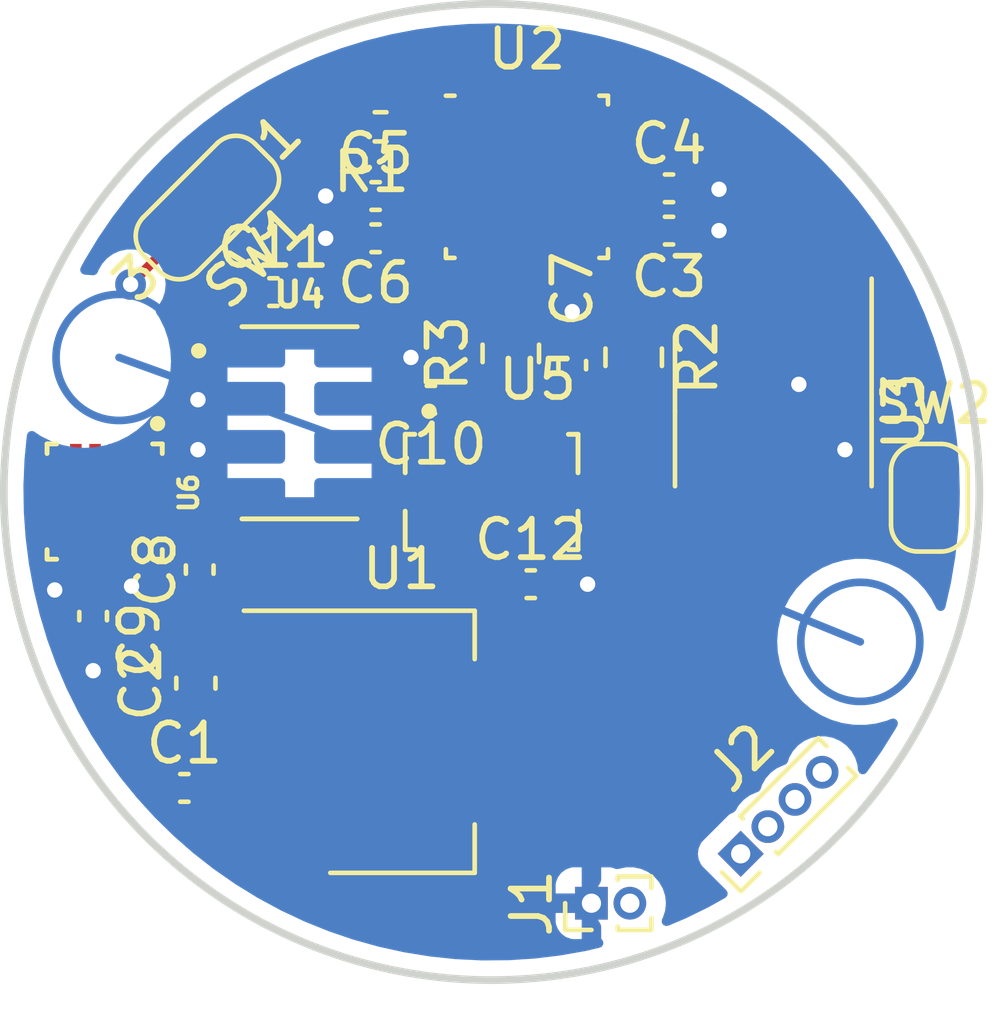
<source format=kicad_pcb>
(kicad_pcb (version 20211014) (generator pcbnew)
  (layers (0 "F.Cu" signal) (31 "B.Cu" signal) (34 "B.Paste" user) (35 "F.Paste" user) (36 "B.SilkS" user "B.Silkscreen") (37 "F.SilkS" user "F.Silkscreen") (38 "B.Mask" user) (39 "F.Mask" user) (44 "Edge.Cuts" user))
  (net 0 "")
  (net 1 "+3.3V")
  (net 2 "GND")
  (net 3 "3.3V")
  (net 4 "Net-(C7-Pad1)")
  (net 5 "BOOT0")
  (net 6 "Net-(R1-Pad2)")
  (net 7 "Net-(R2-Pad1)")
  (net 8 "CAN_H")
  (net 9 "CAN_TX")
  (net 10 "CAN_RX")
  (net 11 "CAN_L")
  (net 12 "RCC_OSC_IN")
  (net 13 "RCC_OSC_OUT")
  (net 14 "SPI1_SCK")
  (net 15 "SPI1_MISO")
  (net 16 "SPI1_MOSI")
  (net 17 "SYS_SWDIO")
  (net 18 "SYS_SWCLK")
  (net 19 "USART1_TX")
  (net 20 "USART1_RX")
  (net 21 "SCLK")
  (net 22 "CS_Alt")
  (net 23 "MISO")
  (net 24 "MOSI")
  (net 25 "CS_Gyro")
  (net 26 "IMU_INT2")
  (net 27 "IMU_INT1")
  (net 28 "CS_Accel")
  (net 29 "IMU_INT4")
  (net 30 "IMU_INT3")
  (net 31 "/12V+")
  (net 32 "Net-(C9-Pad1)")
  (net 37 "MAG_INT1")
  (footprint "MS5607:SON125P300X500X100-8N" (layer "F.Cu") (at 148.8 110.3)
    (fp_text reference "U4" (at -0.000003 -3.330886) (layer "F.SilkS") (effects (font (size 0.64067 0.64067))))
    (fp_text value "MS560702BA03-50" hide)
    (fp_line (start -1.5 -2.5) (end 1.5 -2.5) (layer "F.SilkS") (width 0.127))
    (fp_line (start -1.5 2.5) (end 1.5 2.5) (layer "F.SilkS") (width 0.127))
    (fp_circle (center -2.627 -1.873) (end -2.527 -1.873) (layer "F.SilkS") (width 0.2) (fill none))
    (pad "1" smd roundrect locked (at -1.2 -1.875) (size 1.31 0.53) (layers "F.Cu" "F.Paste" "F.Mask") (roundrect_rratio 0.04) (net 3 "3.3V"))
    (pad "2" smd roundrect locked (at -1.2 -0.625) (size 1.31 0.53) (layers "F.Cu" "F.Paste" "F.Mask") (roundrect_rratio 0.04) (net 2 "GND"))
    (pad "3" smd roundrect locked (at -1.2 0.625) (size 1.31 0.53) (layers "F.Cu" "F.Paste" "F.Mask") (roundrect_rratio 0.04) (net 2 "GND"))
    (pad "4" smd roundrect locked (at -1.2 1.875) (size 1.31 0.53) (layers "F.Cu" "F.Paste" "F.Mask") (roundrect_rratio 0.04) (net 22 "CS_Alt"))
    (pad "5" smd roundrect locked (at 1.2 1.875) (size 1.31 0.53) (layers "F.Cu" "F.Paste" "F.Mask") (roundrect_rratio 0.04) (net 22 "CS_Alt"))
    (pad "6" smd roundrect locked (at 1.2 0.625) (size 1.31 0.53) (layers "F.Cu" "F.Paste" "F.Mask") (roundrect_rratio 0.04) (net 23 "MISO"))
    (pad "7" smd roundrect locked (at 1.2 -0.625) (size 1.31 0.53) (layers "F.Cu" "F.Paste" "F.Mask") (roundrect_rratio 0.04) (net 24 "MOSI"))
    (pad "8" smd roundrect locked (at 1.2 -1.875) (size 1.31 0.53) (layers "F.Cu" "F.Paste" "F.Mask") (roundrect_rratio 0.04) (net 21 "SCLK"))
    (zone (net 0) (net_name "") (layer "B.Cu") (connect_pads (clearance 0)) (min_thickness 0.01)
      (keepout (tracks not_allowed) (vias not_allowed) (pads not_allowed) (copperpour not_allowed) (footprints allowed))
      (fill (thermal_gap 0.508) (thermal_bridge_width 0.508))
      (polygon (pts (xy 148.424375 108.395001) (xy 149.181 108.395) (xy 149.181 112.23672) (xy 148.424375 112.23672)))
    )
    (zone (net 0) (net_name "") (layer "B.Cu") (connect_pads (clearance 0)) (min_thickness 0.01)
      (keepout (tracks not_allowed) (vias not_allowed) (pads not_allowed) (copperpour not_allowed) (footprints allowed))
      (fill (thermal_gap 0.508) (thermal_bridge_width 0.508))
      (polygon (pts (xy 146.92322 111.3625) (xy 150.675 111.3625) (xy 150.675 111.73887) (xy 146.92322 111.73887)))
    )
    (zone (net 0) (net_name "") (layer "B.Cu") (connect_pads (clearance 0)) (min_thickness 0.01)
      (keepout (tracks not_allowed) (vias not_allowed) (pads not_allowed) (copperpour not_allowed) (footprints allowed))
      (fill (thermal_gap 0.508) (thermal_bridge_width 0.508))
      (polygon (pts (xy 146.92301 110.1125) (xy 150.675 110.1125) (xy 150.675 110.487699) (xy 146.92301 110.487699)))
    )
    (zone (net 0) (net_name "") (layer "B.Cu") (connect_pads (clearance 0)) (min_thickness 0.01)
      (keepout (tracks not_allowed) (vias not_allowed) (pads not_allowed) (copperpour not_allowed) (footprints allowed))
      (fill (thermal_gap 0.508) (thermal_bridge_width 0.508))
      (polygon (pts (xy 146.922839 108.8625) (xy 150.675 108.8625) (xy 150.675 109.23628) (xy 146.92284 109.23628)))
    )
  )
  (footprint "Package_TO_SOT_SMD:SOT-223-3_TabPin2" (layer "F.Cu") (at 151.45 118.6)
    (fp_text reference "U1" (at 0 -4.5) (layer "F.SilkS"))
    (fp_text value "LD1117S33TR_SOT223" hide)
    (fp_line (start 1.91 -3.41) (end 1.91 -2.15) (layer "F.SilkS") (width 0.12))
    (fp_line (start 1.91 3.41) (end 1.91 2.15) (layer "F.SilkS") (width 0.12))
    (fp_line (start -1.85 3.41) (end 1.91 3.41) (layer "F.SilkS") (width 0.12))
    (fp_line (start -4.1 -3.41) (end 1.91 -3.41) (layer "F.SilkS") (width 0.12))
    (pad "1" smd rect (at -3.15 -2.3) (size 2 1.5) (layers "F.Cu" "F.Paste" "F.Mask") (net 2 "GND"))
    (pad "2" smd rect (at -3.15 0) (size 2 1.5) (layers "F.Cu" "F.Paste" "F.Mask") (net 1 "+3.3V"))
    (pad "2" smd rect (at 3.15 0) (size 2 3.8) (layers "F.Cu" "F.Paste" "F.Mask") (net 1 "+3.3V"))
    (pad "3" smd rect (at -3.15 2.3) (size 2 1.5) (layers "F.Cu" "F.Paste" "F.Mask") (net 31 "/12V+"))
  )
  (footprint "Jumper:SolderJumper-3_P1.3mm_Open_RoundedPad1.0x1.5mm_NumberLabels" (layer "F.Cu") (at 146.4 104.7 -135)
    (fp_text reference "SW1" (at 0 -1.8 45) (layer "F.SilkS"))
    (fp_text value "SW_SPDT" hide)
    (fp_text user "3" (at 2.6 0 45) (layer "F.SilkS"))
    (fp_text user "1" (at -2.6 0 45) (layer "F.SilkS"))
    (fp_line (start -2.05 0.3) (end -2.05 -0.3) (layer "F.SilkS") (width 0.12))
    (fp_line (start -1.4 -1) (end 1.4 -1) (layer "F.SilkS") (width 0.12))
    (fp_line (start 1.4 1) (end -1.4 1) (layer "F.SilkS") (width 0.12))
    (fp_line (start 2.05 -0.3) (end 2.05 0.3) (layer "F.SilkS") (width 0.12))
    (fp_arc (start 2.05 0.3) (mid 1.844975 0.794975) (end 1.35 1) (layer "F.SilkS") (width 0.12))
    (fp_arc (start 1.35 -1) (mid 1.844975 -0.794975) (end 2.05 -0.3) (layer "F.SilkS") (width 0.12))
    (fp_arc (start -1.35 1) (mid -1.844975 0.794975) (end -2.05 0.3) (layer "F.SilkS") (width 0.12))
    (fp_arc (start -2.05 -0.3) (mid -1.844975 -0.794975) (end -1.35 -1) (layer "F.SilkS") (width 0.12))
    (pad "1" smd custom (at -1.3 0 225) (size 1 0.5) (layers "F.Cu" "F.Mask") (net 2 "GND") (options (clearance outline) (anchor rect)) (primitives (gr_circle (center 0 0.25) (end 0.5 0.25) (width 0) (fill yes)) (gr_circle (center 0 -0.25) (end 0.5 -0.25) (width 0) (fill yes)) (gr_poly (pts (xy 0.55 0.75) (xy 0 0.75) (xy 0 -0.75) (xy 0.55 -0.75)) (width 0) (fill yes))))
    (pad "2" smd rect (at 0 0 225) (size 1 1.5) (layers "F.Cu" "F.Mask") (net 6 "Net-(R1-Pad2)"))
    (pad "3" smd custom (at 1.3 0 225) (size 1 0.5) (layers "F.Cu" "F.Mask") (net 1 "+3.3V") (options (clearance outline) (anchor rect)) (primitives (gr_circle (center 0 0.25) (end 0.5 0.25) (width 0) (fill yes)) (gr_circle (center 0 -0.25) (end 0.5 -0.25) (width 0) (fill yes)) (gr_poly (pts (xy 0 0.75) (xy -0.55 0.75) (xy -0.55 -0.75) (xy 0 -0.75)) (width 0) (fill yes))))
  )
  (footprint "Capacitor_SMD:C_0402_1005Metric" (layer "F.Cu") (at 158.42 104.2)
    (fp_text reference "C4" (at 0 -1.16) (layer "F.SilkS"))
    (fp_text value "1uF" hide)
    (fp_line (start -0.107836 0.36) (end 0.107836 0.36) (layer "F.SilkS") (width 0.12))
    (fp_line (start -0.107836 -0.36) (end 0.107836 -0.36) (layer "F.SilkS") (width 0.12))
    (pad "1" smd roundrect (at -0.48 0) (size 0.56 0.62) (layers "F.Cu" "F.Paste" "F.Mask") (net 1 "+3.3V"))
    (pad "2" smd roundrect (at 0.48 0) (size 0.56 0.62) (layers "F.Cu" "F.Paste" "F.Mask") (net 2 "GND"))
  )
  (footprint "Capacitor_SMD:C_0402_1005Metric" (layer "F.Cu") (at 145.8 119.8)
    (fp_text reference "C1" (at 0 -1.16) (layer "F.SilkS"))
    (fp_text value ".1uF" hide)
    (fp_line (start -0.107836 -0.36) (end 0.107836 -0.36) (layer "F.SilkS") (width 0.12))
    (fp_line (start -0.107836 0.36) (end 0.107836 0.36) (layer "F.SilkS") (width 0.12))
    (pad "1" smd roundrect (at -0.48 0) (size 0.56 0.62) (layers "F.Cu" "F.Paste" "F.Mask") (net 31 "/12V+"))
    (pad "2" smd roundrect (at 0.48 0) (size 0.56 0.62) (layers "F.Cu" "F.Paste" "F.Mask") (net 2 "GND"))
  )
  (footprint "Capacitor_SMD:C_0402_1005Metric" (layer "F.Cu") (at 152.22 109.7 180)
    (fp_text reference "C10" (at 0 -1.16) (layer "F.SilkS"))
    (fp_text value "100nF" hide)
    (fp_line (start -0.107836 0.36) (end 0.107836 0.36) (layer "F.SilkS") (width 0.12))
    (fp_line (start -0.107836 -0.36) (end 0.107836 -0.36) (layer "F.SilkS") (width 0.12))
    (pad "1" smd roundrect (at -0.48 0 180) (size 0.56 0.62) (layers "F.Cu" "F.Paste" "F.Mask") (net 3 "3.3V"))
    (pad "2" smd roundrect (at 0.48 0 180) (size 0.56 0.62) (layers "F.Cu" "F.Paste" "F.Mask") (net 2 "GND"))
  )
  (footprint "Capacitor_SMD:C_0603_1608Metric" (layer "F.Cu") (at 146.1 117.075 90)
    (fp_text reference "C2" (at 0 -1.43 90) (layer "F.SilkS"))
    (fp_text value "10uF" hide)
    (fp_line (start -0.14058 -0.51) (end 0.14058 -0.51) (layer "F.SilkS") (width 0.12))
    (fp_line (start -0.14058 0.51) (end 0.14058 0.51) (layer "F.SilkS") (width 0.12))
    (pad "1" smd roundrect (at -0.775 0 90) (size 0.9 0.95) (layers "F.Cu" "F.Paste" "F.Mask") (net 1 "+3.3V"))
    (pad "2" smd roundrect (at 0.775 0 90) (size 0.9 0.95) (layers "F.Cu" "F.Paste" "F.Mask") (net 2 "GND"))
  )
  (footprint "Resistor_SMD:R_0805_2012Metric" (layer "F.Cu") (at 154.3 108.495 90)
    (fp_text reference "R3" (at 0 -1.65 90) (layer "F.SilkS"))
    (fp_text value "60 ohm" hide)
    (fp_line (start -0.227064 -0.735) (end 0.227064 -0.735) (layer "F.SilkS") (width 0.12))
    (fp_line (start -0.227064 0.735) (end 0.227064 0.735) (layer "F.SilkS") (width 0.12))
    (pad "1" smd roundrect (at -0.9125 0 90) (size 1.025 1.4) (layers "F.Cu" "F.Paste" "F.Mask") (roundrect_rratio 0.243902) (net 4 "Net-(C7-Pad1)"))
    (pad "2" smd roundrect (at 0.9125 0 90) (size 1.025 1.4) (layers "F.Cu" "F.Paste" "F.Mask") (roundrect_rratio 0.243902) (net 11 "CAN_L"))
  )
  (footprint "Resistor_SMD:R_0805_2012Metric" (layer "F.Cu") (at 157.5 108.595 -90)
    (fp_text reference "R2" (at 0 -1.65 90) (layer "F.SilkS"))
    (fp_text value "60 ohm" hide)
    (fp_line (start -0.227064 -0.735) (end 0.227064 -0.735) (layer "F.SilkS") (width 0.12))
    (fp_line (start -0.227064 0.735) (end 0.227064 0.735) (layer "F.SilkS") (width 0.12))
    (pad "1" smd roundrect (at -0.9125 0 270) (size 1.025 1.4) (layers "F.Cu" "F.Paste" "F.Mask") (roundrect_rratio 0.243902) (net 7 "Net-(R2-Pad1)"))
    (pad "2" smd roundrect (at 0.9125 0 270) (size 1.025 1.4) (layers "F.Cu" "F.Paste" "F.Mask") (roundrect_rratio 0.243902) (net 4 "Net-(C7-Pad1)"))
  )
  (footprint "Capacitor_SMD:C_0402_1005Metric" (layer "F.Cu") (at 158.42 105.3)
    (fp_text reference "C3" (at 0 1.2) (layer "F.SilkS"))
    (fp_text value "4u7" hide)
    (fp_line (start -0.107836 -0.36) (end 0.107836 -0.36) (layer "F.SilkS") (width 0.12))
    (fp_line (start -0.107836 0.36) (end 0.107836 0.36) (layer "F.SilkS") (width 0.12))
    (pad "1" smd roundrect (at -0.48 0) (size 0.56 0.62) (layers "F.Cu" "F.Paste" "F.Mask") (net 1 "+3.3V"))
    (pad "2" smd roundrect (at 0.48 0) (size 0.56 0.62) (layers "F.Cu" "F.Paste" "F.Mask") (net 2 "GND"))
  )
  (footprint "Connector_PinHeader_1.00mm:PinHeader_1x04_P1.00mm_Vertical" (layer "F.Cu") (at 160.285786 121.514214 135)
    (fp_text reference "J2" (at 1.767767 1.777818 225) (layer "F.SilkS"))
    (fp_text value "CAN Header" hide)
    (fp_line (start -0.695 0.685) (end -0.695 3.56) (layer "F.SilkS") (width 0.12))
    (fp_line (start -0.695 0.685) (end -0.608276 0.685) (layer "F.SilkS") (width 0.12))
    (fp_line (start -0.695 0) (end -0.695 -0.685) (layer "F.SilkS") (width 0.12))
    (fp_line (start 0.608276 0.685) (end 0.695 0.685) (layer "F.SilkS") (width 0.12))
    (fp_line (start -0.695 3.56) (end -0.394493 3.56) (layer "F.SilkS") (width 0.12))
    (fp_line (start 0.394493 3.56) (end 0.695 3.56) (layer "F.SilkS") (width 0.12))
    (fp_line (start 0.695 0.685) (end 0.695 3.56) (layer "F.SilkS") (width 0.12))
    (fp_line (start -0.695 -0.685) (end 0 -0.685) (layer "F.SilkS") (width 0.12))
    (pad "1" thru_hole rect (at 0 0 135) (size 0.85 0.85) (drill 0.5) (layers *.Cu *.Mask) (net 11 "CAN_L"))
    (pad "2" thru_hole oval (at 0 1 135) (size 0.85 0.85) (drill 0.5) (layers *.Cu *.Mask) (net 11 "CAN_L"))
    (pad "3" thru_hole oval (at 0 2 135) (size 0.85 0.85) (drill 0.5) (layers *.Cu *.Mask) (net 8 "CAN_H"))
    (pad "4" thru_hole oval (at 0 3 135) (size 0.85 0.85) (drill 0.5) (layers *.Cu *.Mask) (net 8 "CAN_H"))
  )
  (footprint "MMC5983MA:PQFN50P300X300X100-16N" (layer "F.Cu") (at 143.725 112.35 -90)
    (fp_text reference "U6" (at -0.226 -2.1868 90) (layer "F.SilkS") (effects (font (size 0.48 0.48))))
    (fp_text value "MMC5983MA" hide)
    (fp_line (start 1.25 -1.5) (end 1.5 -1.5) (layer "F.SilkS") (width 0.127))
    (fp_line (start 1.5 1.25) (end 1.5 1.5) (layer "F.SilkS") (width 0.127))
    (fp_line (start 1.5 -1.5) (end 1.5 -1.25) (layer "F.SilkS") (width 0.127))
    (fp_line (start -1.5 1.5) (end -1.5 1.25) (layer "F.SilkS") (width 0.127))
    (fp_line (start 1.5 1.5) (end 1.25 1.5) (layer "F.SilkS") (width 0.127))
    (fp_line (start -1.25 1.5) (end -1.5 1.5) (layer "F.SilkS") (width 0.127))
    (fp_line (start -1.5 -1.5) (end -1.25 -1.5) (layer "F.SilkS") (width 0.127))
    (fp_line (start -1.5 -1.25) (end -1.5 -1.5) (layer "F.SilkS") (width 0.127))
    (fp_circle (center -2.028 -1.378) (end -1.928 -1.378) (layer "F.SilkS") (width 0.2) (fill none))
    (pad "1" smd rect locked (at -1.275 -0.75 270) (size 0.45 0.3) (layers "F.Cu" "F.Paste" "F.Mask") (net 21 "SCLK"))
    (pad "2" smd rect locked (at -1.275 -0.25 270) (size 0.45 0.3) (layers "F.Cu" "F.Paste" "F.Mask") (net 3 "3.3V"))
    (pad "3" smd rect locked (at -1.275 0.25 270) (size 0.45 0.3) (layers "F.Cu" "F.Paste" "F.Mask"))
    (pad "4" smd rect locked (at -1.275 0.75 270) (size 0.45 0.3) (layers "F.Cu" "F.Paste" "F.Mask") (net 22 "CS_Alt"))
    (pad "5" smd rect locked (at -0.75 1.275 270) (size 0.3 0.45) (layers "F.Cu" "F.Paste" "F.Mask") (net 23 "MISO"))
    (pad "6" smd rect locked (at -0.25 1.275 270) (size 0.3 0.45) (layers "F.Cu" "F.Paste" "F.Mask"))
    (pad "7" smd rect locked (at 0.25 1.275 270) (size 0.3 0.45) (layers "F.Cu" "F.Paste" "F.Mask"))
    (pad "8" smd rect locked (at 0.75 1.275 270) (size 0.3 0.45) (layers "F.Cu" "F.Paste" "F.Mask"))
    (pad "9" smd rect locked (at 1.275 0.75 270) (size 0.45 0.3) (layers "F.Cu" "F.Paste" "F.Mask") (net 2 "GND"))
    (pad "10" smd rect locked (at 1.275 0.25 270) (size 0.45 0.3) (layers "F.Cu" "F.Paste" "F.Mask") (net 32 "Net-(C9-Pad1)"))
    (pad "11" smd rect locked (at 1.275 -0.25 270) (size 0.45 0.3) (layers "F.Cu" "F.Paste" "F.Mask") (net 2 "GND"))
    (pad "12" smd rect locked (at 1.275 -0.75 270) (size 0.45 0.3) (layers "F.Cu" "F.Paste" "F.Mask"))
    (pad "13" smd rect locked (at 0.75 -1.275 270) (size 0.3 0.45) (layers "F.Cu" "F.Paste" "F.Mask") (net 3 "3.3V"))
    (pad "14" smd rect locked (at 0.25 -1.275 270) (size 0.3 0.45) (layers "F.Cu" "F.Paste" "F.Mask"))
    (pad "15" smd rect locked (at -0.25 -1.275 270) (size 0.3 0.45) (layers "F.Cu" "F.Paste" "F.Mask") (net 37 "MAG_INT1"))
    (pad "16" smd rect locked (at -0.75 -1.275 270) (size 0.3 0.45) (layers "F.Cu" "F.Paste" "F.Mask") (net 24 "MOSI"))
  )
  (footprint "Jumper:SolderJumper-2_P1.3mm_Open_RoundedPad1.0x1.5mm" (layer "F.Cu") (at 165.2 112.25 90)
    (fp_text reference "SW2" (at 2.45 0.1) (layer "F.SilkS"))
    (fp_text value "SW_SPST" hide)
    (fp_line (start 1.4 -0.3) (end 1.4 0.3) (layer "F.SilkS") (width 0.12))
    (fp_line (start -1.4 0.3) (end -1.4 -0.3) (layer "F.SilkS") (width 0.12))
    (fp_line (start -0.7 -1) (end 0.7 -1) (layer "F.SilkS") (width 0.12))
    (fp_line (start 0.7 1) (end -0.7 1) (layer "F.SilkS") (width 0.12))
    (fp_arc (start -1.4 -0.3) (mid -1.194975 -0.794975) (end -0.7 -1) (layer "F.SilkS") (width 0.12))
    (fp_arc (start 1.4 0.3) (mid 1.194975 0.794975) (end 0.7 1) (layer "F.SilkS") (width 0.12))
    (fp_arc (start -0.7 1) (mid -1.194975 0.794975) (end -1.4 0.3) (layer "F.SilkS") (width 0.12))
    (fp_arc (start 0.7 -1) (mid 1.194975 -0.794975) (end 1.4 -0.3) (layer "F.SilkS") (width 0.12))
    (pad "1" smd custom (at -0.65 0 90) (size 1 0.5) (layers "F.Cu" "F.Mask") (net 7 "Net-(R2-Pad1)") (options (clearance outline) (anchor rect)) (primitives (gr_circle (center 0 0.25) (end 0.5 0.25) (width 0) (fill yes)) (gr_circle (center 0 -0.25) (end 0.5 -0.25) (width 0) (fill yes)) (gr_poly (pts (xy 0.5 0.75) (xy 0 0.75) (xy 0 -0.75) (xy 0.5 -0.75)) (width 0) (fill yes))))
    (pad "2" smd custom (at 0.65 0 90) (size 1 0.5) (layers "F.Cu" "F.Mask") (net 8 "CAN_H") (options (clearance outline) (anchor rect)) (primitives (gr_circle (center 0 0.25) (end 0.5 0.25) (width 0) (fill yes)) (gr_circle (center 0 -0.25) (end 0.5 -0.25) (width 0) (fill yes)) (gr_poly (pts (xy 0 0.75) (xy -0.5 0.75) (xy -0.5 -0.75) (xy 0 -0.75)) (width 0) (fill yes))))
  )
  (footprint "Capacitor_SMD:C_0402_1005Metric" (layer "F.Cu") (at 148.12 106.9)
    (fp_text reference "C11" (at 0 -1.16) (layer "F.SilkS"))
    (fp_text value "100nF" hide)
    (fp_line (start -0.107836 0.36) (end 0.107836 0.36) (layer "F.SilkS") (width 0.12))
    (fp_line (start -0.107836 -0.36) (end 0.107836 -0.36) (layer "F.SilkS") (width 0.12))
    (pad "1" smd roundrect (at -0.48 0) (size 0.56 0.62) (layers "F.Cu" "F.Paste" "F.Mask") (net 3 "3.3V"))
    (pad "2" smd roundrect (at 0.48 0) (size 0.56 0.62) (layers "F.Cu" "F.Paste" "F.Mask") (net 2 "GND"))
  )
  (footprint "Capacitor_SMD:C_0402_1005Metric" (layer "F.Cu") (at 150.78 105.5 180)
    (fp_text reference "C6" (at 0 -1.16) (layer "F.SilkS"))
    (fp_text value "10nF" hide)
    (fp_line (start -0.107836 0.36) (end 0.107836 0.36) (layer "F.SilkS") (width 0.12))
    (fp_line (start -0.107836 -0.36) (end 0.107836 -0.36) (layer "F.SilkS") (width 0.12))
    (pad "1" smd roundrect (at -0.48 0 180) (size 0.56 0.62) (layers "F.Cu" "F.Paste" "F.Mask") (net 1 "+3.3V"))
    (pad "2" smd roundrect (at 0.48 0 180) (size 0.56 0.62) (layers "F.Cu" "F.Paste" "F.Mask") (net 2 "GND"))
  )
  (footprint "Capacitor_SMD:C_0402_1005Metric" (layer "F.Cu") (at 143.425 115.33 -90)
    (fp_text reference "C9" (at 0.62 -1.2 90) (layer "F.SilkS"))
    (fp_text value "10uF" hide)
    (fp_line (start -0.107836 0.36) (end 0.107836 0.36) (layer "F.SilkS") (width 0.12))
    (fp_line (start -0.107836 -0.36) (end 0.107836 -0.36) (layer "F.SilkS") (width 0.12))
    (pad "1" smd roundrect (at -0.48 0 270) (size 0.56 0.62) (layers "F.Cu" "F.Paste" "F.Mask") (net 32 "Net-(C9-Pad1)"))
    (pad "2" smd roundrect (at 0.48 0 270) (size 0.56 0.62) (layers "F.Cu" "F.Paste" "F.Mask") (net 2 "GND"))
  )
  (footprint "Capacitor_SMD:C_0402_1005Metric" (layer "F.Cu") (at 150.78 104.4 180)
    (fp_text reference "C5" (at 0 1.1) (layer "F.SilkS"))
    (fp_text value ".1uF" hide)
    (fp_line (start -0.107836 -0.36) (end 0.107836 -0.36) (layer "F.SilkS") (width 0.12))
    (fp_line (start -0.107836 0.36) (end 0.107836 0.36) (layer "F.SilkS") (width 0.12))
    (pad "1" smd roundrect (at -0.48 0 180) (size 0.56 0.62) (layers "F.Cu" "F.Paste" "F.Mask") (net 1 "+3.3V"))
    (pad "2" smd roundrect (at 0.48 0 180) (size 0.56 0.62) (layers "F.Cu" "F.Paste" "F.Mask") (net 2 "GND"))
  )
  (footprint "Capacitor_SMD:C_0402_1005Metric" (layer "F.Cu") (at 154.82 114.5)
    (fp_text reference "C12" (at 0 -1.16) (layer "F.SilkS"))
    (fp_text value "100nF" hide)
    (fp_line (start -0.107836 0.36) (end 0.107836 0.36) (layer "F.SilkS") (width 0.12))
    (fp_line (start -0.107836 -0.36) (end 0.107836 -0.36) (layer "F.SilkS") (width 0.12))
    (pad "1" smd roundrect locked (at -0.48 0) (size 0.56 0.62) (layers "F.Cu" "F.Paste" "F.Mask") (net 3 "3.3V"))
    (pad "2" smd roundrect locked (at 0.48 0) (size 0.56 0.62) (layers "F.Cu" "F.Paste" "F.Mask") (net 2 "GND"))
  )
  (footprint "Package_SO:SOIC-8_3.9x4.9mm_P1.27mm" (layer "F.Cu") (at 161.135 110 -90)
    (fp_text reference "U3" (at 0 -3.4 90) (layer "F.SilkS"))
    (fp_text value "SN65HVD230" hide)
    (fp_line (start 0 -2.56) (end 1.95 -2.56) (layer "F.SilkS") (width 0.12))
    (fp_line (start 0 2.56) (end -1.95 2.56) (layer "F.SilkS") (width 0.12))
    (fp_line (start 0 -2.56) (end -3.45 -2.56) (layer "F.SilkS") (width 0.12))
    (fp_line (start 0 2.56) (end 1.95 2.56) (layer "F.SilkS") (width 0.12))
    (pad "1" smd roundrect (at -2.475 -1.905 270) (size 1.95 0.6) (layers "F.Cu" "F.Paste" "F.Mask") (net 9 "CAN_TX"))
    (pad "2" smd roundrect (at -2.475 -0.635 270) (size 1.95 0.6) (layers "F.Cu" "F.Paste" "F.Mask") (net 2 "GND"))
    (pad "3" smd roundrect (at -2.475 0.635 270) (size 1.95 0.6) (layers "F.Cu" "F.Paste" "F.Mask") (net 1 "+3.3V"))
    (pad "4" smd roundrect (at -2.475 1.905 270) (size 1.95 0.6) (layers "F.Cu" "F.Paste" "F.Mask") (net 10 "CAN_RX"))
    (pad "5" smd roundrect (at 2.475 1.905 270) (size 1.95 0.6) (layers "F.Cu" "F.Paste" "F.Mask"))
    (pad "6" smd roundrect (at 2.475 0.635 270) (size 1.95 0.6) (layers "F.Cu" "F.Paste" "F.Mask") (net 11 "CAN_L"))
    (pad "7" smd roundrect (at 2.475 -0.635 270) (size 1.95 0.6) (layers "F.Cu" "F.Paste" "F.Mask") (net 8 "CAN_H"))
    (pad "8" smd roundrect (at 2.475 -1.905 270) (size 1.95 0.6) (layers "F.Cu" "F.Paste" "F.Mask") (net 2 "GND"))
  )
  (footprint "BMI088:PQFN50P450X300X100-16N" (layer "F.Cu") (at 153.8 112.1)
    (fp_text reference "U5" (at 1.198 -2.926) (layer "F.SilkS"))
    (fp_text value "BMI088" hide)
    (fp_line (start -2.25 -0.5) (end -2.25 -1.5) (layer "F.SilkS") (width 0.127))
    (fp_line (start 2.25 -1.5) (end 2 -1.5) (layer "F.SilkS") (width 0.127))
    (fp_line (start 2.25 0.5) (end 2.25 1.5) (layer "F.SilkS") (width 0.127))
    (fp_line (start 2.25 -0.5) (end 2.25 -1.5) (layer "F.SilkS") (width 0.127))
    (fp_line (start 2.25 1.5) (end 2 1.5) (layer "F.SilkS") (width 0.127))
    (fp_line (start -2.25 1.5) (end -2.25 0.5) (layer "F.SilkS") (width 0.127))
    (fp_line (start -2.25 -1.5) (end -2 -1.5) (layer "F.SilkS") (width 0.127))
    (fp_line (start -2 1.5) (end -2.25 1.5) (layer "F.SilkS") (width 0.127))
    (fp_circle (center -1.629 -2.1) (end -1.529 -2.1) (layer "F.SilkS") (width 0.2) (fill none))
    (pad "1" smd rect locked (at -1.5 -1.165 270) (size 0.59 0.35) (layers "F.Cu" "F.Paste" "F.Mask") (net 26 "IMU_INT2"))
    (pad "2" smd rect locked (at -1 -1.165 270) (size 0.59 0.35) (layers "F.Cu" "F.Paste" "F.Mask") (net 2 "GND"))
    (pad "3" smd rect locked (at -0.5 -1.165 270) (size 0.59 0.35) (layers "F.Cu" "F.Paste" "F.Mask") (net 3 "3.3V"))
    (pad "4" smd rect locked (at 0 -1.165 270) (size 0.59 0.35) (layers "F.Cu" "F.Paste" "F.Mask") (net 2 "GND"))
    (pad "5" smd rect locked (at 0.5 -1.165 270) (size 0.59 0.35) (layers "F.Cu" "F.Paste" "F.Mask") (net 25 "CS_Gyro"))
    (pad "6" smd rect locked (at 1 -1.165 270) (size 0.59 0.35) (layers "F.Cu" "F.Paste" "F.Mask") (net 2 "GND"))
    (pad "7" smd rect locked (at 1.5 -1.165 270) (size 0.59 0.35) (layers "F.Cu" "F.Paste" "F.Mask") (net 2 "GND"))
    (pad "8" smd rect locked (at 1.915 0 180) (size 0.59 0.35) (layers "F.Cu" "F.Paste" "F.Mask") (net 21 "SCLK"))
    (pad "9" smd rect locked (at 1.5 1.165 90) (size 0.59 0.35) (layers "F.Cu" "F.Paste" "F.Mask") (net 24 "MOSI"))
    (pad "10" smd rect locked (at 1 1.165 90) (size 0.59 0.35) (layers "F.Cu" "F.Paste" "F.Mask") (net 23 "MISO"))
    (pad "11" smd rect locked (at 0.5 1.165 90) (size 0.59 0.35) (layers "F.Cu" "F.Paste" "F.Mask") (net 3 "3.3V"))
    (pad "12" smd rect locked (at 0 1.165 90) (size 0.59 0.35) (layers "F.Cu" "F.Paste" "F.Mask") (net 30 "IMU_INT3"))
    (pad "13" smd rect locked (at -0.5 1.165 90) (size 0.59 0.35) (layers "F.Cu" "F.Paste" "F.Mask") (net 29 "IMU_INT4"))
    (pad "14" smd rect locked (at -1 1.165 90) (size 0.59 0.35) (layers "F.Cu" "F.Paste" "F.Mask") (net 28 "CS_Accel"))
    (pad "15" smd rect locked (at -1.5 1.165 90) (size 0.59 0.35) (layers "F.Cu" "F.Paste" "F.Mask") (net 23 "MISO"))
    (pad "16" smd rect locked (at -1.915 0) (size 0.59 0.35) (layers "F.Cu" "F.Paste" "F.Mask") (net 27 "IMU_INT1"))
  )
  (footprint "Package_DFN_QFN:QFN-28_4x4mm_P0.5mm" (layer "F.Cu") (at 154.72 103.9)
    (fp_text reference "U2" (at 0 -3.32) (layer "F.SilkS"))
    (fp_text value "STM32F042G4Ux" hide)
    (fp_line (start 2.11 -2.11) (end 2.11 -1.885) (layer "F.SilkS") (width 0.12))
    (fp_line (start -2.11 2.11) (end -2.11 1.885) (layer "F.SilkS") (width 0.12))
    (fp_line (start -1.885 -2.11) (end -2.11 -2.11) (layer "F.SilkS") (width 0.12))
    (fp_line (start 1.885 -2.11) (end 2.11 -2.11) (layer "F.SilkS") (width 0.12))
    (fp_line (start 2.11 2.11) (end 2.11 1.885) (layer "F.SilkS") (width 0.12))
    (fp_line (start -1.885 2.11) (end -2.11 2.11) (layer "F.SilkS") (width 0.12))
    (fp_line (start 1.885 2.11) (end 2.11 2.11) (layer "F.SilkS") (width 0.12))
    (pad "1" smd custom (at -1.9975 -1.5) (size 0.136863 0.136863) (layers "F.Cu" "F.Paste" "F.Mask") (net 10 "CAN_RX") (options (clearance outline) (anchor circle)) (primitives (gr_poly (pts (xy 0.3325 0.05364) (xy 0.3325 0.08) (xy -0.3325 0.08) (xy -0.3325 -0.08) (xy 0.19886 -0.08)) (width 0.09) (fill yes))))
    (pad "2" smd roundrect (at -1.9375 -1) (size 0.875 0.25) (layers "F.Cu" "F.Paste" "F.Mask") (net 12 "RCC_OSC_IN"))
    (pad "3" smd roundrect (at -1.9375 -0.5) (size 0.875 0.25) (layers "F.Cu" "F.Paste" "F.Mask") (net 13 "RCC_OSC_OUT"))
    (pad "4" smd roundrect (at -1.9375 0) (size 0.875 0.25) (layers "F.Cu" "F.Paste" "F.Mask") (net 5 "BOOT0"))
    (pad "5" smd roundrect (at -1.9375 0.5) (size 0.875 0.25) (layers "F.Cu" "F.Paste" "F.Mask") (net 1 "+3.3V"))
    (pad "6" smd roundrect (at -1.9375 1) (size 0.875 0.25) (layers "F.Cu" "F.Paste" "F.Mask") (net 27 "IMU_INT1"))
    (pad "7" smd custom (at -1.9975 1.5) (size 0.136863 0.136863) (layers "F.Cu" "F.Paste" "F.Mask") (net 26 "IMU_INT2") (options (clearance outline) (anchor circle)) (primitives (gr_poly (pts (xy 0.3325 -0.05364) (xy 0.19886 0.08) (xy -0.3325 0.08) (xy -0.3325 -0.08) (xy 0.3325 -0.08)) (width 0.09) (fill yes))))
    (pad "8" smd custom (at -1.5 1.9975) (size 0.136863 0.136863) (layers "F.Cu" "F.Paste" "F.Mask") (net 30 "IMU_INT3") (options (clearance outline) (anchor circle)) (primitives (gr_poly (pts (xy 0.08 0.3325) (xy -0.08 0.3325) (xy -0.08 -0.19886) (xy 0.05364 -0.3325) (xy 0.08 -0.3325)) (width 0.09) (fill yes))))
    (pad "9" smd roundrect (at -1 1.9375) (size 0.25 0.875) (layers "F.Cu" "F.Paste" "F.Mask") (net 29 "IMU_INT4"))
    (pad "10" smd roundrect (at -0.5 1.9375) (size 0.25 0.875) (layers "F.Cu" "F.Paste" "F.Mask") (net 37 "MAG_INT1"))
    (pad "11" smd roundrect (at 0 1.9375) (size 0.25 0.875) (layers "F.Cu" "F.Paste" "F.Mask") (net 14 "SPI1_SCK"))
    (pad "12" smd roundrect (at 0.5 1.9375) (size 0.25 0.875) (layers "F.Cu" "F.Paste" "F.Mask") (net 15 "SPI1_MISO"))
    (pad "13" smd roundrect (at 1 1.9375) (size 0.25 0.875) (layers "F.Cu" "F.Paste" "F.Mask") (net 16 "SPI1_MOSI"))
    (pad "14" smd custom (at 1.5 1.9975) (size 0.136863 0.136863) (layers "F.Cu" "F.Paste" "F.Mask") (options (clearance outline) (anchor circle)) (primitives (gr_poly (pts (xy 0.08 -0.19886) (xy 0.08 0.3325) (xy -0.08 0.3325) (xy -0.08 -0.3325) (xy -0.05364 -0.3325)) (width 0.09) (fill yes))))
    (pad "15" smd custom (at 1.9975 1.5) (size 0.136863 0.136863) (layers "F.Cu" "F.Paste" "F.Mask") (options (clearance outline) (anchor circle)) (primitives (gr_poly (pts (xy 0.3325 0.08) (xy -0.19886 0.08) (xy -0.3325 -0.05364) (xy -0.3325 -0.08) (xy 0.3325 -0.08)) (width 0.09) (fill yes))))
    (pad "16" smd roundrect (at 1.9375 1) (size 0.875 0.25) (layers "F.Cu" "F.Paste" "F.Mask"))
    (pad "17" smd roundrect (at 1.9375 0.5) (size 0.875 0.25) (layers "F.Cu" "F.Paste" "F.Mask") (net 1 "+3.3V"))
    (pad "18" smd roundrect (at 1.9375 0) (size 0.875 0.25) (layers "F.Cu" "F.Paste" "F.Mask") (net 1 "+3.3V"))
    (pad "19" smd roundrect (at 1.9375 -0.5) (size 0.875 0.25) (layers "F.Cu" "F.Paste" "F.Mask"))
    (pad "20" smd roundrect (at 1.9375 -1) (size 0.875 0.25) (layers "F.Cu" "F.Paste" "F.Mask") (net 9 "CAN_TX"))
    (pad "21" smd custom (at 1.9975 -1.5) (size 0.136863 0.136863) (layers "F.Cu" "F.Paste" "F.Mask") (net 17 "SYS_SWDIO") (options (clearance outline) (anchor circle)) (primitives (gr_poly (pts (xy 0.3325 0.08) (xy -0.3325 0.08) (xy -0.3325 0.05364) (xy -0.19886 -0.08) (xy 0.3325 -0.08)) (width 0.09) (fill yes))))
    (pad "22" smd custom (at 1.5 -1.9975) (size 0.136863 0.136863) (layers "F.Cu" "F.Paste" "F.Mask") (net 18 "SYS_SWCLK") (options (clearance outline) (anchor circle)) (primitives (gr_poly (pts (xy 0.08 0.19886) (xy -0.05364 0.3325) (xy -0.08 0.3325) (xy -0.08 -0.3325) (xy 0.08 -0.3325)) (width 0.09) (fill yes))))
    (pad "23" smd roundrect (at 1 -1.9375) (size 0.25 0.875) (layers "F.Cu" "F.Paste" "F.Mask"))
    (pad "24" smd roundrect (at 0.5 -1.9375) (size 0.25 0.875) (layers "F.Cu" "F.Paste" "F.Mask"))
    (pad "25" smd roundrect (at 0 -1.9375) (size 0.25 0.875) (layers "F.Cu" "F.Paste" "F.Mask"))
    (pad "26" smd roundrect (at -0.5 -1.9375) (size 0.25 0.875) (layers "F.Cu" "F.Paste" "F.Mask"))
    (pad "27" smd roundrect (at -1 -1.9375) (size 0.25 0.875) (layers "F.Cu" "F.Paste" "F.Mask") (net 19 "USART1_TX"))
    (pad "28" smd custom (at -1.5 -1.9975) (size 0.136863 0.136863) (layers "F.Cu" "F.Paste" "F.Mask") (net 20 "USART1_RX") (options (clearance outline) (anchor circle)) (primitives (gr_poly (pts (xy 0.08 0.3325) (xy 0.05364 0.3325) (xy -0.08 0.19886) (xy -0.08 -0.3325) (xy 0.08 -0.3325)) (width 0.09) (fill yes))))
  )
  (footprint "Connector_PinHeader_1.00mm:PinHeader_1x02_P1.00mm_Vertical" (layer "F.Cu") (at 156.4 122.8 90)
    (fp_text reference "J1" (at 0 -1.56 90) (layer "F.SilkS"))
    (fp_text value "Battery ")
    (fp_line (start -0.695 1.56) (end -0.394493 1.56) (layer "F.SilkS") (width 0.12))
    (fp_line (start -0.695 0) (end -0.695 -0.685) (layer "F.SilkS") (width 0.12))
    (fp_line (start 0.394493 1.56) (end 0.695 1.56) (layer "F.SilkS") (width 0.12))
    (fp_line (start -0.695 0.685) (end -0.695 1.56) (layer "F.SilkS") (width 0.12))
    (fp_line (start 0.695 0.685) (end 0.695 1.56) (layer "F.SilkS") (width 0.12))
    (fp_line (start -0.695 -0.685) (end 0 -0.685) (layer "F.SilkS") (width 0.12))
    (fp_line (start 0.608276 0.685) (end 0.695 0.685) (layer "F.SilkS") (width 0.12))
    (fp_line (start -0.695 0.685) (end -0.608276 0.685) (layer "F.SilkS") (width 0.12))
    (pad "1" thru_hole rect (at 0 0 90) (size 0.85 0.85) (drill 0.5) (layers *.Cu *.Mask) (net 2 "GND"))
    (pad "2" thru_hole oval (at 0 1 90) (size 0.85 0.85) (drill 0.5) (layers *.Cu *.Mask) (net 31 "/12V+"))
  )
  (footprint "Capacitor_SMD:C_0402_1005Metric" (layer "F.Cu") (at 155.9 108.8 90)
    (fp_text reference "C7" (at 1.98 0 90) (layer "F.SilkS"))
    (fp_text value "4.7nF" hide)
    (fp_line (start -0.107836 0.36) (end 0.107836 0.36) (layer "F.SilkS") (width 0.12))
    (fp_line (start -0.107836 -0.36) (end 0.107836 -0.36) (layer "F.SilkS") (width 0.12))
    (pad "1" smd roundrect (at -0.48 0 90) (size 0.56 0.62) (layers "F.Cu" "F.Paste" "F.Mask") (net 4 "Net-(C7-Pad1)"))
    (pad "2" smd roundrect locked (at 0.48 0 90) (size 0.56 0.62) (layers "F.Cu" "F.Paste" "F.Mask") (net 2 "GND"))
  )
  (footprint "Resistor_SMD:R_0402_1005Metric" (layer "F.Cu") (at 150.91 102.6 180)
    (fp_text reference "R1" (at 0.24 -1.17) (layer "F.SilkS"))
    (fp_text value "10k" hide)
    (fp_line (start -0.153641 0.38) (end 0.153641 0.38) (layer "F.SilkS") (width 0.12))
    (fp_line (start -0.153641 -0.38) (end 0.153641 -0.38) (layer "F.SilkS") (width 0.12))
    (pad "1" smd roundrect (at -0.51 0 180) (size 0.54 0.64) (layers "F.Cu" "F.Paste" "F.Mask") (net 5 "BOOT0"))
    (pad "2" smd roundrect (at 0.51 0 180) (size 0.54 0.64) (layers "F.Cu" "F.Paste" "F.Mask") (net 6 "Net-(R1-Pad2)"))
  )
  (footprint "Capacitor_SMD:C_0402_1005Metric" (layer "F.Cu") (at 146.2 114.12 90)
    (fp_text reference "C8" (at 0 -1.16 90) (layer "F.SilkS"))
    (fp_text value "1uF" hide)
    (fp_line (start -0.107836 0.36) (end 0.107836 0.36) (layer "F.SilkS") (width 0.12))
    (fp_line (start -0.107836 -0.36) (end 0.107836 -0.36) (layer "F.SilkS") (width 0.12))
    (pad "1" smd roundrect (at -0.48 0 90) (size 0.56 0.62) (layers "F.Cu" "F.Paste" "F.Mask") (net 3 "3.3V"))
    (pad "2" smd roundrect (at 0.48 0 90) (size 0.56 0.62) (layers "F.Cu" "F.Paste" "F.Mask") (net 2 "GND"))
  )
  (gr_circle (center 163.4 116) (end 164.95 116) (layer "B.Cu") (width 0.2) (fill none))
  (gr_circle (center 144.1 108.6) (end 145.1 109.9) (layer "B.Cu") (width 0.2) (fill none))
  (gr_line (start 153.8 112.1) (end 163.4 116) (layer "B.Cu") (width 0.2))
  (gr_line (start 144.1 108.6) (end 153.8 112.1) (layer "B.Cu") (width 0.2))
  (gr_circle (center 153.8 112.1) (end 166.5 112.1) (layer "Edge.Cuts") (width 0.2) (fill none))
  (segment (start 147.319239 103.780761) (end 147.6 103.5) (width 0.25) (layer "F.Cu") (net 1))
  (segment (start 157.94 105.3) (end 157.94 105.307609) (width 0.25) (layer "F.Cu") (net 1))
  (segment (start 156.6575 104.5) (end 156.6575 104.7375) (width 0.25) (layer "F.Cu") (net 1))
  (segment (start 157.94 105.307609) (end 158.857391 106.225) (width 0.25) (layer "F.Cu") (net 1))
  (segment (start 157.8825 104.7375) (end 157.94 104.68) (width 0.25) (layer "F.Cu") (net 1))
  (segment (start 158.857391 106.225) (end 160.325 106.225) (width 0.25) (layer "F.Cu") (net 1))
  (segment (start 151.24 105.06) (end 151.24 105.56) (width 0.25) (layer "F.Cu") (net 1))
  (segment (start 157.94 104.2) (end 157.94 104.68) (width 0.25) (layer "F.Cu") (net 1))
  (segment (start 160.325 106.225) (end 160.5 106.4) (width 0.25) (layer "F.Cu") (net 1))
  (segment (start 151.26 103.66) (end 151.26 104.4) (width 0.25) (layer "F.Cu") (net 1))
  (segment (start 160.5 106.4) (end 160.5 107.525) (width 0.25) (layer "F.Cu") (net 1))
  (segment (start 147.6 103.5) (end 151.1 103.5) (width 0.25) (layer "F.Cu") (net 1))
  (segment (start 151.24 105.56) (end 151.28 105.6) (width 0.25) (layer "F.Cu") (net 1))
  (segment (start 151.1 103.5) (end 151.26 103.66) (width 0.25) (layer "F.Cu") (net 1))
  (segment (start 145.480761 105.619239) (end 144.4 106.7) (width 0.25) (layer "F.Cu") (net 1))
  (segment (start 156.6575 104.7375) (end 156.6575 105) (width 0.25) (layer "F.Cu") (net 1))
  (segment (start 156.6575 104.7375) (end 157.8825 104.7375) (width 0.25) (layer "F.Cu") (net 1))
  (segment (start 151.3 105) (end 151.24 105.06) (width 0.25) (layer "F.Cu") (net 1))
  (segment (start 157.94 104.68) (end 157.94 105.3) (width 0.25) (layer "F.Cu") (net 1))
  (segment (start 152.5425 105) (end 151.3 105) (width 0.25) (layer "F.Cu") (net 1))
  (segment (start 151.24 104.5) (end 151.24 105.06) (width 0.25) (layer "F.Cu") (net 1))
  (via (at 144.4 106.7) (size 0.8) (drill 0.4) (layers "F.Cu" "B.Cu") (net 1))
  (segment (start 155.3 114.5) (end 156.3 114.5) (width 0.25) (layer "F.Cu") (net 2))
  (segment (start 147.6 109.675) (end 146.179 109.675) (width 0.25) (layer "F.Cu") (net 2))
  (segment (start 161.77 107.525) (end 161.77 109.27) (width 0.25) (layer "F.Cu") (net 2))
  (segment (start 149.48 104.4) (end 150.3 104.4) (width 0.25) (layer "F.Cu") (net 2))
  (segment (start 143.975 113.625) (end 143.975 114.1) (width 0.25) (layer "F.Cu") (net 2))
  (segment (start 163 111) (end 163.04 111.04) (width 0.25) (layer "F.Cu") (net 2))
  (segment (start 155.9 108.32) (end 155.9 107.4075) (width 0.25) (layer "F.Cu") (net 2))
  (segment (start 142.975 113.625) (end 142.975 114.1) (width 0.25) (layer "F.Cu") (net 2))
  (segment (start 147.6 110.925) (end 146.229 110.925) (width 0.25) (layer "F.Cu") (net 2))
  (segment (start 161.77 109.27) (end 161.8 109.3) (width 0.25) (layer "F.Cu") (net 2))
  (segment (start 163.04 111.04) (end 163.04 112.475) (width 0.25) (layer "F.Cu") (net 2))
  (segment (start 158.9 105.3) (end 159.7205 105.3) (width 0.25) (layer "F.Cu") (net 2))
  (segment (start 146.179 109.675) (end 146.154 109.7) (width 0.25) (layer "F.Cu") (net 2))
  (segment (start 143.975 114.1) (end 144.425 114.55) (width 0.25) (layer "F.Cu") (net 2))
  (segment (start 146.229 110.925) (end 146.154 111) (width 0.25) (layer "F.Cu") (net 2))
  (segment (start 159.696 104.2) (end 158.9 104.2) (width 0.25) (layer "F.Cu") (net 2))
  (segment (start 142.975 114.1) (end 142.425 114.65) (width 0.25) (layer "F.Cu") (net 2))
  (segment (start 143.425 115.81) (end 143.425 116.75) (width 0.25) (layer "F.Cu") (net 2))
  (segment (start 149.48 105.5) (end 150.3 105.5) (width 0.25) (layer "F.Cu") (net 2))
  (segment (start 153.3 108.72) (end 153.3 107.8) (width 0.25) (layer "F.Cu") (net 2))
  (via (at 149.48 105.5) (size 0.8) (drill 0.4) (layers "F.Cu" "B.Cu") (net 2))
  (via (at 156.3 114.5) (size 0.8) (drill 0.4) (layers "F.Cu" "B.Cu") (net 2))
  (via (at 151.7 108.6) (size 0.8) (drill 0.4) (layers "F.Cu" "B.Cu") (net 2))
  (via (at 149.48 104.4) (size 0.8) (drill 0.4) (layers "F.Cu" "B.Cu") (net 2))
  (via (at 159.7205 104.2245) (size 0.8) (drill 0.4) (layers "F.Cu" "B.Cu") (net 2))
  (via (at 163 111) (size 0.8) (drill 0.4) (layers "F.Cu" "B.Cu") (net 2))
  (via (at 146.154 111) (size 0.8) (drill 0.4) (layers "F.Cu" "B.Cu") (net 2))
  (via (at 146.154 109.7) (size 0.8) (drill 0.4) (layers "F.Cu" "B.Cu") (net 2))
  (via (at 144.425 114.55) (size 0.8) (drill 0.4) (layers "F.Cu" "B.Cu") (net 2))
  (via (at 159.7205 105.3) (size 0.8) (drill 0.4) (layers "F.Cu" "B.Cu") (net 2))
  (via (at 143.425 116.75) (size 0.8) (drill 0.4) (layers "F.Cu" "B.Cu") (net 2))
  (via (at 161.8 109.3) (size 0.8) (drill 0.4) (layers "F.Cu" "B.Cu") (net 2))
  (via (at 142.425 114.65) (size 0.8) (drill 0.4) (layers "F.Cu" "B.Cu") (net 2))
  (via (at 155.9 107.4075) (size 0.8) (drill 0.4) (layers "F.Cu" "B.Cu") (net 2))
  (segment (start 154.3 114.54) (end 154.3 113.265) (width 0.25) (layer "F.Cu") (net 3))
  (segment (start 147.654 108.371) (end 147.6 108.425) (width 0.25) (layer "F.Cu") (net 3))
  (segment (start 153.3 109.68) (end 153.3 110.935) (width 0.25) (layer "F.Cu") (net 3))
  (segment (start 157.7 109.32) (end 154.1 109.32) (width 0.25) (layer "F.Cu") (net 4))
  (segment (start 152.7825 104.5) (end 151.9 104.5) (width 0.25) (layer "F.Cu") (net 5))
  (segment (start 151.42 103.12) (end 151.42 102.6) (width 0.25) (layer "F.Cu") (net 5))
  (segment (start 151.9 103.6) (end 151.42 103.12) (width 0.25) (layer "F.Cu") (net 5))
  (segment (start 151.9 104.5) (end 151.9 103.6) (width 0.25) (layer "F.Cu") (net 5))
  (segment (start 146.979719 102.6) (end 145.86967 103.710049) (width 0.25) (layer "F.Cu") (net 6))
  (segment (start 150.4 102.6) (end 146.979719 102.6) (width 0.25) (layer "F.Cu") (net 6))
  (segment (start 145.86967 104.16967) (end 146.4 104.7) (width 0.25) (layer "F.Cu") (net 6))
  (segment (start 145.86967 103.710049) (end 145.86967 104.16967) (width 0.25) (layer "F.Cu") (net 6))
  (segment (start 163.04 106.456396) (end 163.04 107.525) (width 0.25) (layer "F.Cu") (net 9))
  (segment (start 160.083604 103.5) (end 163.04 106.456396) (width 0.25) (layer "F.Cu") (net 9))
  (segment (start 156.6575 103.5) (end 160.083604 103.5) (width 0.25) (layer "F.Cu") (net 9))
  (segment (start 160.925 110.025) (end 159.23 108.33) (width 0.25) (layer "F.Cu") (net 10))
  (segment (start 162.186751 110.025) (end 160.925 110.025) (width 0.25) (layer "F.Cu") (net 10))
  (segment (start 152.7225 103) (end 152.7225 101.7975) (width 0.25) (layer "F.Cu") (net 10))
  (segment (start 159.23 108.33) (end 159.23 107.525) (width 0.25) (layer "F.Cu") (net 10))
  (segment (start 163.665 106.445) (end 163.665 108.546751) (width 0.25) (layer "F.Cu") (net 10))
  (segment (start 159.0175 101.7975) (end 163.665 106.445) (width 0.25) (layer "F.Cu") (net 10))
  (segment (start 152.7225 101.7975) (end 159.0175 101.7975) (width 0.25) (layer "F.Cu") (net 10))
  (segment (start 163.665 108.546751) (end 162.186751 110.025) (width 0.25) (layer "F.Cu") (net 10))
  (segment (start 154.1 107.495) (end 154.4125 107.495) (width 0.25) (layer "F.Cu") (net 11))
  (segment (start 143.45 114.825) (end 143.45 113.85) (width 0.25) (layer "F.Cu") (net 32))
  (segment (start 143.425 114.85) (end 143.475 114.8) (width 0.25) (layer "F.Cu") (net 32))
  (segment (start 143.425 114.85) (end 143.45 114.825) (width 0.25) (layer "F.Cu") (net 32))
  (zone (net 2) (net_name "GND") (layer "B.Cu") (connect_pads (clearance 0.508)) (min_thickness 0.254) (fill yes (thermal_gap 0.508) (thermal_bridge_width 0.508))
    (polygon (pts (xy 166.504998 112.1) (xy 166.485188 111.390788) (xy 166.425819 110.683787) (xy 166.327078 109.981203) (xy 166.189271 109.285227) (xy 166.012828 108.598028) (xy 165.7983 107.92175) (xy 165.546356 107.258502) (xy 165.25778 106.610351) (xy 164.933475 105.979321) (xy 164.574449 105.367377) (xy 164.181824 104.776429) (xy 163.756824 104.208319) (xy 163.300773 103.664819) (xy 162.815095 103.147624) (xy 162.301303 102.658346) (xy 161.761 102.198513) (xy 161.195871 101.769556) (xy 160.607678 101.372815) (xy 159.998256 101.009527) (xy 159.369505 100.680823) (xy 158.723385 100.387731) (xy 158.061912 100.131162) (xy 157.387148 99.911918) (xy 156.701197 99.730682) (xy 156.0062 99.588019) (xy 155.304322 99.484375) (xy 154.597753 99.420072) (xy 153.888697 99.395312) (xy 153.179364 99.41017) (xy 152.471966 99.464601) (xy 151.76871 99.558436) (xy 151.071788 99.691381) (xy 150.383374 99.863022) (xy 149.705615 100.072823) (xy 149.040624 100.320131) (xy 148.390475 100.604174) (xy 147.757195 100.924067) (xy 147.14276 101.278811) (xy 146.549085 101.667301) (xy 145.978022 102.088325) (xy 145.431352 102.54057) (xy 144.910779 103.022626) (xy 144.417926 103.53299) (xy 143.954332 104.070069) (xy 143.521441 104.63219) (xy 143.120603 105.217598) (xy 142.753069 105.82447) (xy 142.419984 106.450911) (xy 142.122387 107.094969) (xy 141.861207 107.754635) (xy 141.637258 108.427852) (xy 141.451237 109.11252) (xy 141.303726 109.806505) (xy 141.195185 110.507642) (xy 141.125951 111.213744) (xy 141.09624 111.922611) (xy 141.106146 112.63203) (xy 141.155638 113.339791) (xy 141.24456 114.043685) (xy 141.372637 114.741518) (xy 141.539467 115.431113) (xy 141.744532 116.11032) (xy 141.987192 116.777022) (xy 142.266689 117.429138) (xy 142.582153 118.064635) (xy 142.932599 118.681532) (xy 143.316935 119.277905) (xy 143.733962 119.851893) (xy 144.182379 120.401707) (xy 144.660789 120.925633) (xy 145.1677 121.422036) (xy 145.701529 121.889369) (xy 146.260614 122.326174) (xy 146.84321 122.731089) (xy 147.447501 123.102851) (xy 148.071602 123.440301) (xy 148.713566 123.742387) (xy 149.371393 124.008166) (xy 150.04303 124.23681) (xy 150.726383 124.427605) (xy 151.419321 124.579958) (xy 152.119683 124.693391) (xy 152.825285 124.767553) (xy 153.533927 124.802212) (xy 154.243398 124.797258) (xy 154.951487 124.752709) (xy 155.655985 124.668703) (xy 156.354695 124.545502) (xy 157.045438 124.383489) (xy 157.72606 124.183171) (xy 158.394439 123.945172) (xy 159.048491 123.670234) (xy 159.686175 123.359215) (xy 160.305504 123.013084) (xy 160.904545 122.632921) (xy 161.481431 122.219911) (xy 162.034362 121.775343) (xy 162.561615 121.300602) (xy 163.061545 120.79717) (xy 163.532593 120.266615) (xy 163.97329 119.710594) (xy 164.382263 119.130839) (xy 164.758234 118.529158) (xy 165.100033 117.907428) (xy 165.406593 117.267588) (xy 165.676958 116.611633) (xy 165.910286 115.941609) (xy 166.105847 115.259605) (xy 166.263033 114.567747) (xy 166.381354 113.868194) (xy 166.46044 113.163127) (xy 166.500045 112.454744)))
  )
)
</source>
